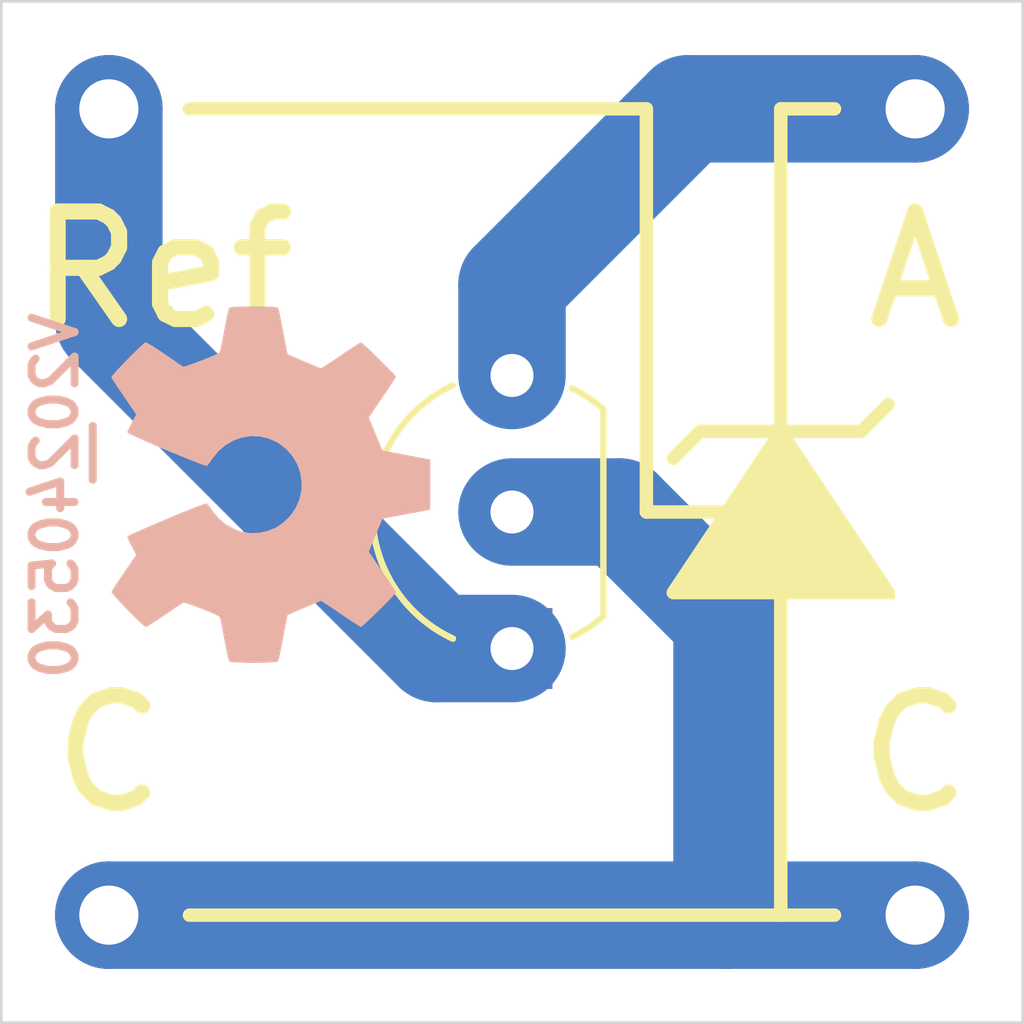
<source format=kicad_pcb>
(kicad_pcb (version 20221018) (generator pcbnew)
  (layers (0 "F.Cu" mixed) (31 "B.Cu" mixed) (34 "B.Paste" user) (35 "F.Paste" user) (36 "B.SilkS" user "B.Silkscreen") (37 "F.SilkS" user "F.Silkscreen") (38 "B.Mask" user) (39 "F.Mask" user) (44 "Edge.Cuts" user))
  (net 0 "")
  (net 1 "Net-(J1-Pin_1)")
  (net 2 "Net-(J2-Pin_1)")
  (net 3 "Net-(J3-Pin_1)")
  (footprint "mill-max:PC_pin_nail_head_6092" (layer "F.Cu") (at 142 63)
    (fp_text reference "J1")
    (fp_text value "Ref" (at 1 3) (layer "F.SilkS") (effects (font (size 2 2) (thickness 0.3))))
    (pad "1" thru_hole circle locked (at 0 0) (size 2 2) (drill 1.1) (layers "*.Cu" "*.Mask") (net 1 "Net-(J1-Pin_1)"))
  )
  (footprint "mill-max:PC_pin_nail_head_6092" (layer "F.Cu") (at 142 78)
    (fp_text reference "J2")
    (fp_text value "C" (at 0 -3) (layer "F.SilkS") (effects (font (size 2 2) (thickness 0.3))))
    (pad "1" thru_hole circle locked (at 0 0) (size 2 2) (drill 1.1) (layers "*.Cu" "*.Mask") (net 2 "Net-(J2-Pin_1)"))
  )
  (footprint "mill-max:PC_pin_nail_head_6092" (layer "F.Cu") (at 157 63)
    (fp_text reference "J3")
    (fp_text value "A" (at 0 3) (layer "F.SilkS") (effects (font (size 2 2) (thickness 0.3))))
    (pad "1" thru_hole circle locked (at 0 0) (size 2 2) (drill 1.1) (layers "*.Cu" "*.Mask") (net 3 "Net-(J3-Pin_1)"))
  )
  (footprint "mill-max:PC_pin_nail_head_6092" (layer "F.Cu") (at 157 78)
    (fp_text reference "J4")
    (fp_text value "C" (at 0 -3) (layer "F.SilkS") (effects (font (size 2 2) (thickness 0.3))))
    (pad "1" thru_hole circle locked (at 0 0) (size 2 2) (drill 1.1) (layers "*.Cu" "*.Mask") (net 2 "Net-(J2-Pin_1)"))
  )
  (footprint "SquantorIC:TO-92L_Inline_Wide" (layer "F.Cu") (at 149.5 70.5 90)
    (fp_text reference "U1" hide)
    (fp_text value "TL431")
    (fp_line (start -1.94 1.7) (end 1.91 1.7) (stroke (width 0.12)) (layer "F.SilkS"))
    (fp_arc (start -2.3564 -1.098807) (mid -1.396979 -2.192817) (end 0 -2.6) (stroke (width 0.12)) (layer "F.SilkS"))
    (fp_arc (start -1.94 1.7) (mid -2.150817 1.423933) (end -2.322631 1.122045) (stroke (width 0.12)) (layer "F.SilkS"))
    (fp_arc (start 0 -2.6) (mid 1.396979 -2.192818) (end 2.3564 -1.098807) (stroke (width 0.12)) (layer "F.SilkS"))
    (fp_arc (start 2.302383 1.112264) (mid 2.126594 1.419753) (end 1.91 1.7) (stroke (width 0.12)) (layer "F.SilkS"))
    (pad "1" thru_hole rect (at -2.54 0 90) (size 1.5 1.5) (drill 0.8) (layers "*.Cu" "*.Mask") (net 1 "Net-(J1-Pin_1)"))
    (pad "2" thru_hole circle (at 0 0 90) (size 1.5 1.5) (drill 0.8) (layers "*.Cu" "*.Mask") (net 2 "Net-(J2-Pin_1)"))
    (pad "3" thru_hole circle (at 2.54 0 90) (size 1.5 1.5) (drill 0.8) (layers "*.Cu" "*.Mask") (net 3 "Net-(J3-Pin_1)"))
  )
  (footprint "SquantorLabels:Label_Generic" (layer "B.Cu") (at 141.1 69.4 -90)
    (fp_text reference "N1" hide)
    (fp_text value "V20240530" (at 0.8 0.1 90) (layer "B.SilkS") (effects (font (size 0.8 0.8)) (justify mirror)))
    (fp_line (start -0.5 -0.6) (end 0.5 -0.6) (stroke (width 0.15)) (layer "B.SilkS"))
  )
  (footprint "Symbol:OSHW-Symbol_6.7x6mm_SilkScreen" (layer "B.Cu") (at 145 70 90)
    (fp_text reference "N2" hide)
    (fp_text value "OHWLOGO" hide)
    (fp_poly (pts (xy 0.555814 2.531069) (xy 0.639635 2.086445) (xy 0.94892 1.958947) (xy 1.258206 1.831449) (xy 1.629246 2.083754) (xy 1.733157 2.154004) (xy 1.827087 2.216728) (xy 1.906652 2.269062) (xy 1.96747 2.308143) (xy 2.005157 2.331107) (xy 2.015421 2.336058) (xy 2.03391 2.323324) (xy 2.07342 2.288118) (xy 2.129522 2.234938) (xy 2.197787 2.168282) (xy 2.273786 2.092646) (xy 2.353092 2.012528) (xy 2.431275 1.932426) (xy 2.503907 1.856836) (xy 2.566559 1.790255) (xy 2.614803 1.737182) (xy 2.64421 1.702113) (xy 2.651241 1.690377) (xy 2.641123 1.66874) (xy 2.612759 1.621338) (xy 2.569129 1.552807) (xy 2.513218 1.467785) (xy 2.448006 1.370907) (xy 2.410219 1.31565) (xy 2.341343 1.214752) (xy 2.28014 1.123701) (xy 2.229578 1.04703) (xy 2.192628 0.989272) (xy 2.172258 0.954957) (xy 2.169197 0.947746) (xy 2.176136 0.927252) (xy 2.195051 0.879487) (xy 2.223087 0.811168) (xy 2.257391 0.729011) (xy 2.295109 0.63973) (xy 2.333387 0.550042) (xy 2.36937 0.466662) (xy 2.400206 0.396306) (xy 2.423039 0.34569) (xy 2.435017 0.321529) (xy 2.435724 0.320578) (xy 2.454531 0.315964) (xy 2.504618 0.305672) (xy 2.580793 0.290713) (xy 2.677865 0.272099) (xy 2.790643 0.250841) (xy 2.856442 0.238582) (xy 2.97695 0.215638) (xy 3.085797 0.193805) (xy 3.177476 0.174278) (xy 3.246481 0.158252) (xy 3.287304 0.146921) (xy 3.295511 0.143326) (xy 3.303548 0.118994) (xy 3.310033 0.064041) (xy 3.31497 -0.015108) (xy 3.318364 -0.112026) (xy 3.320218 -0.220287) (xy 3.320538 -0.333465) (xy 3.319327 -0.445135) (xy 3.31659 -0.548868) (xy 3.312331 -0.638241) (xy 3.306555 -0.706826) (xy 3.299267 -0.748197) (xy 3.294895 -0.75681) (xy 3.268764 -0.767133) (xy 3.213393 -0.781892) (xy 3.136107 -0.799352) (xy 3.04423 -0.81778) (xy 3.012158 -0.823741) (xy 2.857524 -0.852066) (xy 2.735375 -0.874876) (xy 2.641673 -0.89308) (xy 2.572384 -0.907583) (xy 2.523471 -0.919292) (xy 2.490897 -0.929115) (xy 2.470628 -0.937956) (xy 2.458626 -0.946724) (xy 2.456947 -0.948457) (xy 2.440184 -0.976371) (xy 2.414614 -1.030695) (xy 2.382788 -1.104777) (xy 2.34726 -1.191965) (xy 2.310583 -1.285608) (xy 2.275311 -1.379052) (xy 2.243996 -1.465647) (xy 2.219193 -1.53874) (xy 2.203454 -1.591678) (xy 2.199332 -1.617811) (xy 2.199676 -1.618726) (xy 2.213641 -1.640086) (xy 2.245322 -1.687084) (xy 2.291391 -1.754827) (xy 2.348518 -1.838423) (xy 2.413373 -1.932982) (xy 2.431843 -1.959854) (xy 2.497699 -2.057275) (xy 2.55565 -2.146163) (xy 2.602538 -2.221412) (xy 2.635207 -2.27792) (xy 2.6505 -2.310581) (xy 2.651241 -2.314593) (xy 2.638392 -2.335684) (xy 2.602888 -2.377464) (xy 2.549293 -2.435445) (xy 2.482171 -2.505135) (xy 2.406087 -2.582045) (xy 2.325604 -2.661683) (xy 2.245287 -2.739561) (xy 2.169699 -2.811186) (xy 2.103405 -2.87207) (xy 2.050969 -2.917721) (xy 2.016955 -2.94365) (xy 2.007545 -2.947883) (xy 1.985643 -2.937912) (xy 1.9408 -2.91102) (xy 1.880321 -2.871736) (xy 1.833789 -2.840117) (xy 1.749475 -2.782098) (xy 1.649626 -2.713784) (xy 1.549473 -2.645579) (xy 1.495627 -2.609075) (xy 1.313371 -2.4858) (xy 1.160381 -2.56852) (xy 1.090682 -2.604759) (xy 1.031414 -2.632926) (xy 0.991311 -2.648991) (xy 0.981103 -2.651226) (xy 0.968829 -2.634722) (xy 0.944613 -2.588082) (xy 0.910263 -2.515609) (xy 0.867588 -2.421606) (xy 0.818394 -2.310374) (xy 0.76449 -2.186215) (xy 0.707684 -2.053432) (xy 0.649782 -1.916327) (xy 0.592593 -1.779202) (xy 0.537924 -1.646358) (xy 0.487584 -1.522098) (xy 0.44338 -1.410725) (xy 0.407119 -1.316539) (xy 0.380609 -1.243844) (xy 0.365658 -1.196941) (xy 0.363254 -1.180833) (xy 0.382311 -1.160286) (xy 0.424036 -1.126933) (xy 0.479706 -1.087702) (xy 0.484378 -1.084599) (xy 0.628264 -0.969423) (xy 0.744283 -0.835053) (xy 0.83143 -0.685784) (xy 0.888699 -0.525913) (xy 0.915086 -0.359737) (xy 0.909585 -0.191552) (xy 0.87119 -0.025655) (xy 0.798895 0.133658) (xy 0.777626 0.168513) (xy 0.666996 0.309263) (xy 0.536302 0.422286) (xy 0.390064 0.506997) (xy 0.232808 0.562806) (xy 0.069057 0.589126) (xy -0.096667 0.58537) (xy -0.259838 0.55095) (xy -0.415935 0.485277) (xy -0.560433 0.387765) (xy -0.605131 0.348187) (xy -0.718888 0.224297) (xy -0.801782 0.093876) (xy -0.858644 -0.052315) (xy -0.890313 -0.197088) (xy -0.898131 -0.35986) (xy -0.872062 -0.52344) (xy -0.814755 -0.682298) (xy -0.728856 -0.830906) (xy -0.617014 -0.963735) (xy -0.481877 -1.075256) (xy -0.464117 -1.087011) (xy -0.40785 -1.125508) (xy -0.365077 -1.158863) (xy -0.344628 -1.18016) (xy -0.344331 -1.180833) (xy -0.348721 -1.203871) (xy -0.366124 -1.256157) (xy -0.394732 -1.33339) (xy -0.432735 -1.431268) (xy -0.478326 -1.545491) (xy -0.529697 -1.671758) (xy -0.585038 -1.805767) (xy -0.642542 -1.943218) (xy -0.700399 -2.079808) (xy -0.756802 -2.211237) (xy -0.809942 -2.333205) (xy -0.85801 -2.441409) (xy -0.899199 -2.531549) (xy -0.931699 -2.599323) (xy -0.953703 -2.64043) (xy -0.962564 -2.651226) (xy -0.98964 -2.642819) (xy -1.040303 -2.620272) (xy -1.105817 -2.587613) (xy -1.141841 -2.56852) (xy -1.294832 -2.4858) (xy -1.477088 -2.609075) (xy -1.570125 -2.672228) (xy -1.671985 -2.741727) (xy -1.767438 -2.807165) (xy -1.81525 -2.840117) (xy -1.882495 -2.885273) (xy -1.939436 -2.921057) (xy -1.978646 -2.942938) (xy -1.991381 -2.947563) (xy -2.009917 -2.935085) (xy -2.050941 -2.900252) (xy -2.110475 -2.846678) (xy -2.184542 -2.777983) (xy -2.269165 -2.697781) (xy -2.322685 -2.646286) (xy -2.416319 -2.554286) (xy -2.497241 -2.471999) (xy -2.562177 -2.402945) (xy -2.607858 -2.350644) (xy -2.631011 -2.318616) (xy -2.633232 -2.312116) (xy -2.622924 -2.287394) (xy -2.594439 -2.237405) (xy -2.550937 -2.167212) (xy -2.495577 -2.081875) (xy -2.43152 -1.986456) (xy -2.413303 -1.959854) (xy -2.346927 -1.863167) (xy -2.287378 -1.776117) (xy -2.237984 -1.703595) (xy -2.202075 -1.650493) (xy -2.182981 -1.621703) (xy -2.181136 -1.618726) (xy -2.183895 -1.595782) (xy -2.198538 -1.545336) (xy -2.222513 -1.474041) (xy -2.253266 -1.388547) (xy -2.288244 -1.295507) (xy -2.324893 -1.201574) (xy -2.360661 -1.113399) (xy -2.392994 -1.037634) (xy -2.419338 -0.980931) (xy -2.437142 -0.949943) (xy -2.438407 -0.948457) (xy -2.449294 -0.939601) (xy -2.467682 -0.930843) (xy -2.497606 -0.921277) (xy -2.543103 -0.909996) (xy -2.608209 -0.896093) (xy -2.696961 -0.878663) (xy -2.813393 -0.856798) (xy -2.961542 -0.829591) (xy -2.993618 -0.823741) (xy -3.088686 -0.805374) (xy -3.171565 -0.787405) (xy -3.23493 -0.771569) (xy -3.271458 -0.7596) (xy -3.276356 -0.75681) (xy -3.284427 -0.732072) (xy -3.290987 -0.67679) (xy -3.296033 -0.597389) (xy -3.299559 -0.500296) (xy -3.301561 -0.391938) (xy -3.302036 -0.27874) (xy -3.300977 -0.167128) (xy -3.298382 -0.063529) (xy -3.294246 0.025632) (xy -3.288563 0.093928) (xy -3.281331 0.134934) (xy -3.276971 0.143326) (xy -3.252698 0.151792) (xy -3.197426 0.165565) (xy -3.116662 0.18345) (xy -3.015912 0.204252) (xy -2.900683 0.226777) (xy -2.837902 0.238582) (xy -2.718787 0.260849) (xy -2.612565 0.281021) (xy -2.524427 0.298085) (xy -2.459566 0.311031) (xy -2.423174 0.318845) (xy -2.417184 0.320578) (xy -2.407061 0.34011) (xy -2.385662 0.387157) (xy -2.355839 0.454997) (xy -2.320445 0.536909) (xy -2.282332 0.626172) (xy -2.244353 0.716065) (xy -2.20936 0.799865) (xy -2.180206 0.870853) (xy -2.159743 0.922306) (xy -2.150823 0.947503) (xy -2.150657 0.948604) (xy -2.160769 0.968481) (xy -2.189117 1.014223) (xy -2.232723 1.081283) (xy -2.288606 1.165116) (xy -2.353787 1.261174) (xy -2.391679 1.31635) (xy -2.460725 1.417519) (xy -2.52205 1.50937) (xy -2.572663 1.587256) (xy -2.609571 1.646531) (xy -2.629782 1.682549) (xy -2.632701 1.690623) (xy -2.620153 1.709416) (xy -2.585463 1.749543) (xy -2.533063 1.806507) (xy -2.467384 1.875815) (xy -2.392856 1.952969) (xy -2.313913 2.033475) (xy -2.234983 2.112837) (xy -2.1605 2.18656) (xy -2.094894 2.250148) (xy -2.042596 2.299106) (xy -2.008039 2.328939) (xy -1.996478 2.336058) (xy -1.977654 2.326047) (xy -1.932631 2.297922) (xy -1.865787 2.254546) (xy -1.781499 2.198782) (xy -1.684144 2.133494) (xy -1.610707 2.083754) (xy -1.239667 1.831449) (xy -0.621095 2.086445) (xy -0.537275 2.531069) (xy -0.453454 2.975693) (xy 0.471994 2.975693) (xy 0.555814 2.531069)) (stroke (width 0.01)) (fill solid) (layer "B.SilkS"))
  )
  (gr_line (start 154.5 63) (end 155.5 63) (stroke (width 0.25)) (layer "F.SilkS"))
  (gr_line (start 154.5 78) (end 154.5 63) (stroke (width 0.25)) (layer "F.SilkS"))
  (gr_line (start 156 69) (end 156.5 68.5) (stroke (width 0.25)) (layer "F.SilkS"))
  (gr_line (start 153 69) (end 152.5 69.5) (stroke (width 0.25)) (layer "F.SilkS"))
  (gr_poly (pts (xy 154.5 69) (xy 152.5 72) (xy 156.5 72)) (stroke (width 0.25)) (fill solid) (layer "F.SilkS"))
  (gr_line (start 153 69) (end 156 69) (stroke (width 0.25)) (layer "F.SilkS"))
  (gr_line (start 154.5 70.5) (end 152 70.5) (stroke (width 0.25)) (layer "F.SilkS"))
  (gr_line (start 152 63) (end 143.5 63) (stroke (width 0.25)) (layer "F.SilkS"))
  (gr_line (start 152 70.5) (end 152 63) (stroke (width 0.25)) (layer "F.SilkS"))
  (gr_line (start 143.5 78) (end 155.5 78) (stroke (width 0.25)) (layer "F.SilkS"))
  (gr_line (start 140 80) (end 159 80) (stroke (width 0.05)) (layer "Edge.Cuts"))
  (gr_line (start 159 61) (end 159 80) (stroke (width 0.05)) (layer "Edge.Cuts"))
  (gr_line (start 159 61) (end 140 61) (stroke (width 0.05)) (layer "Edge.Cuts"))
  (gr_line (start 140 80) (end 140 61) (stroke (width 0.05)) (layer "Edge.Cuts"))
  (segment (start 148.097 73.04) (end 142 66.943) (width 2) (layer "B.Cu") (net 1))
  (segment (start 149.5 73.04) (end 148.097 73.04) (width 2) (layer "B.Cu") (net 1))
  (segment (start 149.04 73.04) (end 149.5 73.04) (width 1) (layer "B.Cu") (net 1))
  (segment (start 142 66.943) (end 142 63) (width 2) (layer "B.Cu") (net 1))
  (segment (start 142 78) (end 153.5 78) (width 2) (layer "B.Cu") (net 2))
  (segment (start 151.5 70.5) (end 149.5 70.5) (width 2) (layer "B.Cu") (net 2))
  (segment (start 153.5 78) (end 153.5 72.5) (width 2) (layer "B.Cu") (net 2))
  (segment (start 153.5 72.5) (end 151.5 70.5) (width 2) (layer "B.Cu") (net 2))
  (segment (start 153.5 78) (end 157 78) (width 2) (layer "B.Cu") (net 2))
  (segment (start 152.773 63) (end 149.5 66.273) (width 2) (layer "B.Cu") (net 3))
  (segment (start 149.5 66.273) (end 149.5 67.96) (width 2) (layer "B.Cu") (net 3))
  (segment (start 157 63) (end 152.773 63) (width 2) (layer "B.Cu") (net 3))
)
</source>
